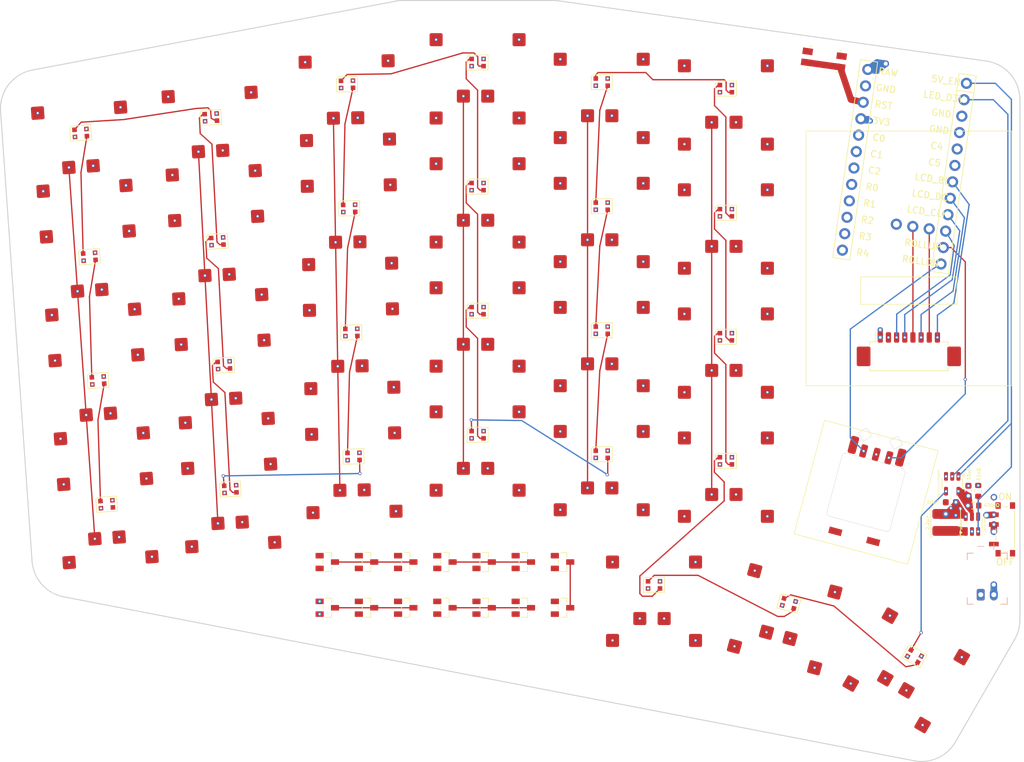
<source format=kicad_pcb>
(kicad_pcb (version 20241229) (generator "pcbnew") (generator_version "9.0")
  (title_block (title "toomanykeys") (date "2025-06-06") (rev "0.1") (company "huntercook"))
  (layers (0 "F.Cu" signal) (4 "In1.Cu" signal) (6 "In2.Cu" signal) (8 "In3.Cu" signal) (10 "In4.Cu" signal) (2 "B.Cu" signal) (13 "F.Paste" user) (15 "B.Paste" user) (5 "F.SilkS" user "F.Silkscreen") (7 "B.SilkS" user "B.Silkscreen") (1 "F.Mask" user) (3 "B.Mask" user) (25 "Edge.Cuts" user))
  (net 0 "")
  (net 1 "C0")
  (net 2 "finger_outer_bottom")
  (net 3 "GND")
  (net 4 "finger_outer_home")
  (net 5 "finger_outer_top")
  (net 6 "finger_outer_num")
  (net 7 "C1")
  (net 8 "finger_pinky_bottom")
  (net 9 "finger_pinky_home")
  (net 10 "finger_pinky_top")
  (net 11 "finger_pinky_num")
  (net 12 "C2")
  (net 13 "finger_ring_bottom")
  (net 14 "finger_ring_home")
  (net 15 "finger_ring_top")
  (net 16 "finger_ring_num")
  (net 17 "C3")
  (net 18 "finger_middle_bottom")
  (net 19 "finger_middle_home")
  (net 20 "finger_middle_top")
  (net 21 "finger_middle_num")
  (net 22 "C4")
  (net 23 "finger_index_bottom")
  (net 24 "finger_index_home")
  (net 25 "finger_index_top")
  (net 26 "finger_index_num")
  (net 27 "C5")
  (net 28 "finger_inner_bottom")
  (net 29 "finger_inner_home")
  (net 30 "finger_inner_top")
  (net 31 "finger_inner_num")
  (net 32 "thumb_near_fan")
  (net 33 "thumb_mid_fan")
  (net 34 "thumb_far_fan")
  (net 35 "roller")
  (net 36 "ROLLUP")
  (net 37 "ROLLDN")
  (net 38 "R0")
  (net 39 "R1")
  (net 40 "R2")
  (net 41 "R3")
  (net 42 "R4")
  (net 43 "RAW")
  (net 44 "RST")
  (net 45 "3V3")
  (net 46 "5V_EN")
  (net 47 "LED_D3V")
  (net 48 "LCD_BL")
  (net 49 "LCD_DC")
  (net 50 "LCD_CLK")
  (net 51 "LCD_DIN")
  (net 52 "LCD_RST")
  (net 53 "LCD_CS")
  (net 54 "BAT_P")
  (net 55 "LED_26")
  (net 56 "5V")
  (net 57 "LED_27")
  (net 58 "LED_25")
  (net 59 "LED_24")
  (net 60 "LED_23")
  (net 61 "LED_19")
  (net 62 "LED_20")
  (net 63 "LED_21")
  (net 64 "LED_22")
  (net 65 "LED_18")
  (net 66 "LED_17")
  (net 67 "LED_16")
  (net 68 "LED_15")
  (net 69 "LED_11")
  (net 70 "LED_12")
  (net 71 "LED_13")
  (net 72 "LED_14")
  (net 73 "LED_10")
  (net 74 "LED_9")
  (net 75 "LED_8")
  (net 76 "LED_7")
  (net 77 "LED_3")
  (net 78 "LED_4")
  (net 79 "LED_5")
  (net 80 "LED_6")
  (net 81 "LED_2")
  (net 82 "LED_1")
  (net 83 "LED_D5V")
  (net 84 "BOOST_FB")
  (net 85 "BOOST_SW")
  (footprint "Package_TO_SOT_SMD:SOT-23-6" (layer "F.Cu") (at 186.118493 165.212724 90)
    (property "Reference" "U1" (hide yes))
    (property "Value" "TLV61070ADBV")
  )
  (footprint "PG1316S" (layer "F.Cu") (at 110.46182 154.032247)
    (property "Reference" "S13" (hide yes))
    (property "Value" "")
  )
  (footprint "PG1316S" (layer "F.Cu") (at 70.763685 124.404366 3)
    (property "Reference" "S7" (hide yes))
    (property "Value" "")
  )
  (footprint "LED_WS2812B-2020_PLCC4_2.0x2.0mm" (layer "F.Cu") (at 148.461817 117.532247)
    (property "Reference" "LED23" (hide yes))
    (property "Value" "")
  )
  (footprint "PG1316S" (layer "F.Cu") (at 51.217746 126.76779 4)
    (property "Reference" "S3" (hide yes))
    (property "Value" "")
  )
  (footprint "LED_WS2812B-2020_PLCC4_2.0x2.0mm" (layer "F.Cu") (at 177.318584 185.449861 -30)
    (property "Reference" "LED27" (hide yes))
    (property "Value" "")
  )
  (footprint "PG1316S" (layer "F.Cu") (at 137.461818 177.032249)
    (property "Reference" "S25" (hide yes))
    (property "Value" "")
  )
  (footprint "LED_WS2812B-2020_PLCC4_2.0x2.0mm" (layer "F.Cu") (at 71.627228 140.881754 3)
    (property "Reference" "LED6" (hide yes))
    (property "Value" "")
  )
  (footprint "PG1316S" (layer "F.Cu") (at 90.853877 119.369174 1)
    (property "Reference" "S11" (hide yes))
    (property "Value" "")
  )
  (footprint "LED_WS2812B-2020_PLCC4_2.0x2.0mm" (layer "F.Cu") (at 90.810245 116.869556 1)
    (property "Reference" "LED11" (hide yes))
    (property "Value" "")
  )
  (footprint "BAV70 SOT23" (layer "F.Cu") (at 117.46182 178.032247 -90)
    (property "Reference" "D6" (hide yes))
    (property "Value" "BAV70")
  )
  (footprint "LED_WS2812B-2020_PLCC4_2.0x2.0mm" (layer "F.Cu") (at 91.141841 135.866658 1)
    (property "Reference" "LED10" (hide yes))
    (property "Value" "")
  )
  (footprint "PG1316S" (layer "F.Cu") (at 69.769301 105.430404 3)
    (property "Reference" "S8" (hide yes))
    (property "Value" "")
  )
  (footprint "LED_WS2812B-2020_PLCC4_2.0x2.0mm" (layer "F.Cu") (at 49.717982 105.320163 4)
    (property "Reference" "LED4" (hide yes))
    (property "Value" "")
  )
  (footprint "PG1316S" (layer "F.Cu") (at 91.517071 157.363389 1)
    (property "Reference" "S9" (hide yes))
    (property "Value" "")
  )
  (footprint "ceoloide:power_switch_smd_side" (layer "F.Cu") (at 191.206818 166.032248)
    (property "Reference" "PWR1" (hide yes))
    (property "Value" "")
  )
  (footprint "PG1316S" (layer "F.Cu") (at 129.461819 157.032247)
    (property "Reference" "S17" (hide yes))
    (property "Value" "")
  )
  (footprint "Capacitor_SMD:C_0603_1608Metric" (layer "F.Cu") (at 182.888494 161.877726 180)
    (property "Reference" "C1" (hide yes))
    (property "Value" "10μF")
  )
  (footprint "PG1316S" (layer "F.Cu") (at 129.461817 119.032249)
    (property "Reference" "S19" (hide yes))
    (property "Value" "")
  )
  (footprint "Package_TO_SOT_SMD:SOT-23-5" (layer "F.Cu") (at 183.098492 159.047724 -90)
    (property "Reference" "U2" (hide yes))
    (property "Value" "SN74LV1T126DBVR")
  )
  (footprint "LED_WS2812B-2020_PLCC4_2.0x2.0mm" (layer "F.Cu") (at 51.043353 124.273881 4)
    (property "Reference" "LED3" (hide yes))
    (property "Value" "")
  )
  (footprint "ceoloide:mounting_hole_npth" (layer "F.Cu") (at 123.46182 88.032247)
    (property "Reference" "MH4" (hide yes))
    (property "Value" "")
  )
  (footprint "BAV70 SOT23" (layer "F.Cu") (at 123.461817 171.032249 -90)
    (property "Reference" "D13" (hide yes))
    (property "Value" "BAV70")
  )
  (footprint "LED_WS2812B-2020_PLCC4_2.0x2.0mm" (layer "F.Cu") (at 148.461819 155.532247)
    (property "Reference" "LED21" (hide yes))
    (property "Value" "")
  )
  (footprint "LED_WS2812B-2020_PLCC4_2.0x2.0mm" (layer "F.Cu") (at 148.461818 98.532248)
    (property "Reference" "LED24" (hide yes))
    (property "Value" "")
  )
  (footprint "LED_WS2812B-2020_PLCC4_2.0x2.0mm" (layer "F.Cu") (at 110.461821 151.532248)
    (property "Reference" "LED13" (hide yes))
    (property "Value" "")
  )
  (footprint "LED_WS2812B-2020_PLCC4_2.0x2.0mm" (layer "F.Cu") (at 70.632845 121.907792 3)
    (property "Reference" "LED7" (hide yes))
    (property "Value" "")
  )
  (footprint "LED_WS2812B-2020_PLCC4_2.0x2.0mm" (layer "F.Cu") (at 129.461818 116.532249)
    (property "Reference" "LED19" (hide yes))
    (property "Value" "")
  )
  (footprint "LED_WS2812B-2020_PLCC4_2.0x2.0mm" (layer "F.Cu") (at 129.461819 97.532248)
    (property "Reference" "LED20" (hide yes))
    (property "Value" "")
  )
  (footprint "PG1316S" (layer "F.Cu") (at 176.068582 187.614926 -30)
    (property "Reference" "S27" (hide yes))
    (property "Value" "")
  )
  (footprint "BAV70 SOT23" (layer "F.Cu") (at 105.46182 178.032246 -90)
    (property "Reference" "D4" (hide yes))
    (property "Value" "BAV70")
  )
  (footprint "PG1316S" (layer "F.Cu") (at 110.461818 97.032248)
    (property "Reference" "S16" (hide yes))
    (property "Value" "")
  )
  (footprint "BAV70 SOT23" (layer "F.Cu") (at 93.461816 171.032248 -90)
    (property "Reference" "D8" (hide yes))
    (property "Value" "BAV70")
  )
  (footprint "PG1316S" (layer "F.Cu") (at 71.758069 143.378328 3)
    (property "Reference" "S6" (hide yes))
    (property "Value" "")
  )
  (footprint "PG1316S" (layer "F.Cu") (at 110.461822 135.032247)
    (property "Reference" "S14" (hide yes))
    (property "Value" "")
  )
  (footprint "BAV70 SOT23" (layer "F.Cu") (at 99.46182 178.032249 -90)
    (property "Reference" "D3" (hide yes))
    (property "Value" "BAV70")
  )
  (footprint "BAV70 SOT23" (layer "F.Cu") (at 93.46182 178.032248 -90)
    (property "Reference" "D2" (hide yes))
    (property "Value" "BAV70")
  )
  (footprint "huntercook:L_CJIANG_FTC404030S_4.1x4.1x3.0_SMD" (layer "F.Cu") (at 182.108491 164.965224 -90)
    (property "Reference" "L1" (hide yes))
    (property "Value" "2.2μH")
  )
  (footprint "LED_WS2812B-2020_PLCC4_2.0x2.0mm" (layer "F.Cu") (at 91.473437 154.863767 1)
    (property "Reference" "LED9" (hide yes))
    (property "Value" "")
  )
  (footprint "ceoloide:mounting_hole_npth" (layer "F.Cu") (at 122.461821 187.032249)
    (property "Reference" "MH5" (hide yes))
    (property "Value" "")
  )
  (footprint "ceoloide:mounting_hole_npth" (layer "F.Cu") (at 170.068582 198.00723 -30)
    (property "Reference" "MH6" (hide yes))
    (property "Value" "")
  )
  (footprint "LED_WS2812B-2020_PLCC4_2.0x2.0mm" (layer "F.Cu") (at 137.461817 174.532247)
    (property "Reference" "LED25" (hide yes))
    (property "Value" "")
  )
  (footprint "PG1316S" (layer "F.Cu") (at 90.522281 100.372065 1)
    (property "Reference" "S12" (hide yes))
    (property "Value" "")
  )
  (footprint "PG1316S" (layer "F.Cu") (at 91.185474 138.366279 1)
    (property "Reference" "S10" (hide yes))
    (property "Value" "")
  )
  (footprint "Molex_PicoBlade_53261-0871_1x08-1MP_P1.25mm_Horizontal" (layer "F.Cu") (at 176.461819 139.032249)
    (property "Reference" "CONN1" (hide yes))
    (property "Value" "")
  )
  (footprint "LCD_1.69_Waveshare" (layer "F.Cu") (at 176.46182 124.532248 180)
    (property "Reference" "LCD1" (hide yes))
    (property "Value" "")
  )
  (footprint "BAV70 SOT23" (layer "F.Cu") (at 117.461817 171.032246 -90)
    (property "Reference" "D12" (hide yes))
    (property "Value" "BAV70")
  )
  (footprint "PG1316S" (layer "F.Cu") (at 148.46182 139.032249)
    (property "Reference" "S22" (hide yes))
    (property "Value" "")
  )
  (footprint "LED_WS2812B-2020_PLCC4_2.0x2.0mm" (layer "F.Cu") (at 110.461819 132.532249)
    (property "Reference" "LED14" (hide yes))
    (property "Value" "")
  )
  (footprint "LED_WS2812B-2020_PLCC4_2.0x2.0mm" (layer "F.Cu") (at 148.461817 136.532248)
    (property "Reference" "LED22" (hide yes))
    (property "Value" "")
  )
  (footprint "PG1316S" (layer "F.Cu") (at 49.892373 107.814072 4)
    (property "Reference" "S4" (hide yes))
    (property "Value" "")
  )
  (footprint "PG1316S" (layer "F.Cu") (at 72.752453 162.352286 3)
    (property "Reference" "S5" (hide yes))
    (property "Value" "")
  )
  (footprint "CKW12" (layer "F.Cu") (at 169.917316 160.343613 75)
    (property "Reference" "RE1" (hide yes))
    (property "Value" "")
    (fp_line (start -4.5 -5.000001) (end 4.5 -4.999999) (stroke (width 0.05)) (layer "Edge.Cuts"))
    (fp_line (start 5.000001 -4.5) (end 4.999999 4.5) (stroke (width 0.05)) (layer "Edge.Cuts"))
    (fp_line (start 8.393604 -3.394264) (end 7.545075 -2.545736) (stroke (width 0.05)) (layer "Edge.Cuts"))
    (fp_line (start 8.605736 -3.394264) (end 9.454264 -2.545736) (stroke (width 0.05)) (layer "Edge.Cuts"))
    (fp_line (start 7.545076 -2.333604) (end 8.393604 -1.485077) (stroke (width 0.05)) (layer "Edge.Cuts"))
    (fp_line (start 8.605737 -1.485075) (end 9.454264 -2.333604) (stroke (width 0.05)) (layer "Edge.Cuts"))
    (fp_line (start -5.000001 4.5) (end -4.999999 -4.5) (stroke (width 0.05)) (layer "Edge.Cuts"))
    (fp_line (start 8.397868 1.480812) (end 7.54934 2.32934) (stroke (width 0.05)) (layer "Edge.Cuts"))
    (fp_line (start 8.610001 1.480812) (end 9.458528 2.329339) (stroke (width 0.05)) (layer "Edge.Cuts"))
    (fp_line (start -4.5 4.999999) (end 4.5 5.000001) (stroke (width 0.05)) (layer "Edge.Cuts"))
    (fp_line (start 7.549342 2.541471) (end 8.397869 3.39) (stroke (width 0.05)) (layer "Edge.Cuts"))
    (fp_line (start 8.61 3.39) (end 9.458528 2.541472) (stroke (width 0.05)) (layer "Edge.Cuts"))
    (fp_line (start 4.5 5.000001) (end 4.999999 4.5) (stroke (width 0.05)) (layer "Edge.Cuts"))
    (fp_arc (start -4.999999 -4.5) (mid -4.853554 -4.853553) (end -4.5 -5.000001) (stroke (width 0.05)) (layer "Edge.Cuts"))
    (fp_arc (start 4.5 -4.999999) (mid 4.853553 -4.853554) (end 5.000001 -4.5) (stroke (width 0.05)) (layer "Edge.Cuts"))
    (fp_arc (start 8.393604 -3.394264) (mid 8.49967 -3.438198) (end 8.605736 -3.394264) (stroke (width 0.05)) (layer "Edge.Cuts"))
    (fp_arc (start 7.545076 -2.333604) (mid 7.501142 -2.43967) (end 7.545075 -2.545736) (stroke (width 0.05)) (layer "Edge.Cuts"))
    (fp_arc (start 9.454264 -2.545736) (mid 9.498198 -2.43967) (end 9.454264 -2.333604) (stroke (width 0.05)) (layer "Edge.Cuts"))
    (fp_arc (start 8.605737 -1.485075) (mid 8.49967 -1.441143) (end 8.393604 -1.485077) (stroke (width 0.05)) (layer "Edge.Cuts"))
    (fp_arc (start 8.397868 1.480812) (mid 8.503934 1.436878) (end 8.610001 1.480812) (stroke (width 0.05)) (layer "Edge.Cuts"))
    (fp_arc (start -4.5 4.999999) (mid -4.853553 4.853554) (end -5.000001 4.5) (stroke (width 0.05)) (layer "Edge.Cuts"))
    (fp_arc (start 7.549342 2.541471) (mid 7.505406 2.435406) (end 7.54934 2.32934) (stroke (width 0.05)) (layer "Edge.Cuts"))
    (fp_arc (start 9.458528 2.329339) (mid 9.502462 2.435406) (end 9.458528 2.541472) (stroke (width 0.05)) (layer "Edge.Cuts"))
    (fp_arc (start 8.61 3.39) (mid 8.503934 3.433934) (end 8.397869 3.39) (stroke (width 0.05)) (layer "Edge.Cuts"))
  )
  (footprint "BAV70 SOT23" (layer "F.Cu") (at 87.461818 178.032247 -90)
    (property "Reference" "D1" (hide yes))
    (property "Value" "BAV70")
  )
  (footprint "BAV70 SOT23" (layer "F.Cu") (at 87.461819 171.032248 -90)
    (property "Reference" "D7" (hide yes))
    (property "Value" "BAV70")
  )
  (footprint "BAV70 SOT23" (layer "F.Cu") (at 105.461819 171.032249 -90)
    (property "Reference" "D10" (hide yes))
    (property "Value" "BAV70")
  )
  (footprint "LED_WS2812B-2020_PLCC4_2.0x2.0mm" (layer "F.Cu") (at 53.694099 162.181316 4)
    (property "Reference" "LED1" (hide yes))
    (property "Value" "")
  )
  (footprint "PG1316S" (layer "F.Cu") (at 148.46182 120.032248)
    (property "Reference" "S23" (hide yes))
    (property "Value" "")
  )
  (footprint "PG1316S" (layer "F.Cu") (at 53.868491 164.675226 4)
    (property "Reference" "S1" (hide yes))
    (property "Value" "")
  )
  (footprint "ceoloide:mounting_hole_npth" (layer "F.Cu") (at 59.030938 95.145741 4)
    (property "Reference" "MH1" (hide yes))
    (property "Value" "")
  )
  (footprint "BAV70 SOT23" (layer "F.Cu") (at 123.461821 178.032248 -90)
    (property "Reference" "D14" (hide yes))
    (property "Value" "BAV70")
  )
  (footprint "ceoloide:reset_switch_smd_side" (layer "F.Cu") (at 163.461817 94.032247 -8)
    (property "Reference" "RST1" (hide yes))
    (property "Value" "")
  )
  (footprint "LED_WS2812B-2020_PLCC4_2.0x2.0mm" (layer "F.Cu") (at 129.461818 135.532248)
    (property "Reference" "LED18" (hide yes))
    (property "Value" "")
  )
  (footprint "PG1316S" (layer "F.Cu") (at 148.46182 158.032248)
    (property "Reference" "S21" (hide yes))
    (property "Value" "")
  )
  (footprint "LED_WS2812B-2020_PLCC4_2.0x2.0mm" (layer "F.Cu") (at 110.461818 94.53225)
    (property "Reference" "LED16" (hide yes))
    (property "Value" "")
  )
  (footprint "BAV70 SOT23" (layer "F.Cu") (at 111.461818 171.032248 -90)
    (property "Reference" "D11" (hide yes))
    (property "Value" "BAV70")
  )
  (footprint "LED_WS2812B-2020_PLCC4_2.0x2.0mm" (layer "F.Cu") (at 52.368729 143.227598 4)
    (property "Reference" "LED2" (hide yes))
    (property "Value" "")
  )
  (footprint "ceoloide:mcu_nice_nano" (layer "F.Cu") (at 175.961819 109.232248 -8)
    (property "Reference" "MCU1" (hide yes))
    (property "Value" "")
  )
  (footprint "LED_WS2812B-2020_PLCC4_2.0x2.0mm" (layer "F.Cu") (at 110.461819 113.532248)
    (property "Reference" "LED15" (hide yes))
    (property "Value" "")
  )
  (footprint "Resistor_SMD:R_0603_1608Metric" (layer "F.Cu") (at 186.33349 162.385225)
    (property "Reference" "R1" (hide yes))
    (property "Value" "470kΩ")
  )
  (footprint "BAV70 SOT23" (layer "F.Cu") (at 111.461818 178.032248 -90)
    (property "Reference" "D5" (hide yes))
    (property "Value" "BAV70")
  )
  (footprint "PG1316S" (layer "F.Cu") (at 110.461816 116.032248)
    (property "Reference" "S15" (hide yes))
    (property "Value" "")
  )
  (footprint "LED_WS2812B-2020_PLCC4_2.0x2.0mm" (layer "F.Cu") (at 72.621614 159.855714 3)
    (property "Reference" "LED5" (hide yes))
    (property "Value" "")
  )
  (footprint "PG1316S" (layer "F.Cu") (at 52.543119 145.721508 4)
    (property "Reference" "S2" (hide yes))
    (property "Value" "")
  )
  (footprint "PG1316S" (layer "F.Cu") (at 129.46182 100.032249)
    (property "Reference" "S20" (hide yes))
    (property "Value" "")
  )
  (footprint "LED_WS2812B-2020_PLCC4_2.0x2.0mm" (layer "F.Cu") (at 129.461818 154.532248)
    (property "Reference" "LED17" (hide yes))
    (property "Value" "")
  )
  (footprint "LED_WS2812B-2020_PLCC4_2.0x2.0mm" (layer "F.Cu") (at 90.478651 97.87245 1)
    (property "Reference" "LED12" (hide yes))
    (property "Value" "")
  )
  (footprint "ceoloide:mounting_hole_npth" (layer "F.Cu") (at 97.461819 88.032249)
    (property "Reference" "MH3" (hide yes))
    (property "Value" "")
  )
  (footprint "PG1316S" (layer "F.Cu") (at 157.461817 179.782249 -15)
    (property "Reference" "S26" (hide yes))
    (property "Value" "")
  )
  (footprint "Capacitor_SMD:C_0603_1608Metric" (layer "F.Cu") (at 185.578493 160.130227 90)
    (property "Reference" "C2" (hide yes))
    (property "Value" "10μF")
  )
  (footprint "BAV70 SOT23" (layer "F.Cu") (at 99.461819 171.032247 -90)
    (property "Reference" "D9" (hide yes))
    (property "Value" "BAV70")
  )
  (footprint "LED_WS2812B-2020_PLCC4_2.0x2.0mm" (layer "F.Cu") (at 69.638461 102.93383 3)
    (property "Reference" "LED8" (hide yes))
    (property "Value" "")
  )
  (footprint "ceoloide:mounting_hole_npth" (layer "F.Cu") (at 61.501601 176.961133 3)
    (property "Reference" "MH2" (hide yes))
    (property "Value" "")
  )
  (footprint "ceoloide:mounting_hole_npth" (layer "F.Cu") (at 190.728836 182.222621 -30)
    (property "Reference" "MH7" (hide yes))
    (property "Value" "")
  )
  (footprint "PG1316S" (layer "F.Cu") (at 129.461817 138.032247)
    (property "Reference" "S18" (hide yes))
    (property "Value" "")
  )
  (footprint "Resistor_SMD:R_0603_1608Metric" (layer "F.Cu") (at 187.078495 160.130224 90)
    (property "Reference" "R2" (hide yes))
    (property "Value" "51kΩ")
  )
  (footprint "LED_WS2812B-2020_PLCC4_2.0x2.0mm" (layer "F.Cu") (at 158.108867 177.367435 -15)
    (property "Reference" "LED26" (hide yes))
    (property "Value" "")
  )
  (footprint "PG1316S" (layer "F.Cu") (at 148.46182 101.032247)
    (property "Reference" "S24" (hide yes))
    (property "Value" "")
  )
  (footprint "ceoloide:battery_connector_jst_ph_2" (layer "B.Cu") (at 188.461818 176.032249 180)
    (property "Reference" "JST1" (hide yes))
    (property "Value" "")
  )
  (gr_poly (pts (xy 186.025695 163.685573) (xy 185.245793 162.768103) (xy 183.925792 160.663918) (xy 183.852996 159.74484) (xy 184.263021 159.701485) (xy 185.94808 160.645184) (xy 186.308858 163.826352)) (stroke (width 0.2)) (fill yes) (layer "F.Cu") (net 56))
  (gr_poly (pts (xy 183.998591 161.582993) (xy 185.23348 163.574235) (xy 185.334113 164.295257) (xy 181.19051 164.318809) (xy 183.588566 161.62635)) (stroke (width 0.2)) (fill yes) (layer "F.Cu") (net 43))
  (gr_poly (pts (xy 185.35794 165.869817) (xy 183.85794 165.669818) (xy 183.757937 166.869818) (xy 185.357938 166.869817)) (stroke (width 0.2)) (fill yes) (layer "F.Cu") (net 85))
  (gr_line (start 42.273658 170.88841) (end 37.456475 101.999524) (stroke (width 0.15)) (layer "Edge.Cuts"))
  (gr_arc (start 37.456475 101.999524) (mid 38.68987 97.917877) (end 42.323156 95.686199) (stroke (width 0.15)) (layer "Edge.Cuts"))
  (gr_arc (start 122.041358 85.032247) (mid 122.460791 85.046923) (end 122.878172 85.090888) (stroke (width 0.15)) (layer "Edge.Cuts"))
  (gr_arc (start 47.122593 176.361263) (mid 43.768147 174.448796) (end 42.273658 170.88841) (stroke (width 0.15)) (layer "Edge.Cuts"))
  (gr_arc (start 188.29863 94.305039) (mid 191.990659 96.310725) (end 193.461819 100.246398) (stroke (width 0.15)) (layer "Edge.Cuts"))
  (gr_line (start 193.461819 100.246398) (end 193.461817 179.875001) (stroke (width 0.15)) (layer "Edge.Cuts"))
  (gr_line (start 99.02612 85.03225) (end 122.041358 85.032247) (stroke (width 0.15)) (layer "Edge.Cuts"))
  (gr_arc (start 193.461817 179.875001) (mid 193.257487 181.427513) (end 192.65839 182.874276) (stroke (width 0.15)) (layer "Edge.Cuts"))
  (gr_line (start 177.264314 201.465658) (end 47.122593 176.361263) (stroke (width 0.15)) (layer "Edge.Cuts"))
  (gr_arc (start 183.597341 198.573542) (mid 180.893197 201.032059) (end 177.264314 201.465658) (stroke (width 0.15)) (layer "Edge.Cuts"))
  (gr_line (start 42.323156 95.686199) (end 97.907413 85.137464) (stroke (width 0.15)) (layer "Edge.Cuts"))
  (gr_arc (start 97.907413 85.137464) (mid 98.464298 85.058614) (end 99.02612 85.03225) (stroke (width 0.15)) (layer "Edge.Cuts"))
  (gr_line (start 192.658388 182.874275) (end 183.597341 198.573542) (stroke (width 0.15)) (layer "Edge.Cuts"))
  (gr_line (start 122.878172 85.090888) (end 188.29863 94.305039) (stroke (width 0.15)) (layer "Edge.Cuts"))
  (segment (start 47.907527 110.609339) (end 49.2329 129.563055) (width 0.2) (layer "F.Cu") (net 1))
  (segment (start 50.558272 148.516775) (end 51.883643 167.47049) (width 0.2) (layer "F.Cu") (net 1))
  (segment (start 49.2329 129.563055) (end 50.558272 148.516775) (width 0.2) (layer "F.Cu") (net 1))
  (via (at 173.336821 136.63225) (size 0.5) (drill 0.3) (layers "F.Cu" "B.Cu") (net 3))
  (via (at 187.078493 159.305225) (size 0.6) (drill 0.3) (layers "F.Cu" "B.Cu") (net 3))
  (via (at 171.470231 154.548058) (size 0.5) (drill 0.3) (layers "F.Cu" "B.Cu") (net 3))
  (via (at 185.578493 159.355225) (size 0.6) (drill 0.3) (layers "F.Cu" "B.Cu") (net 3))
  (via (at 182.148493 157.910226) (size 0.6) (drill 0.3) (layers "F.Cu" "B.Cu") (net 3))
  (via (at 186.11849 166.350225) (size 0.6) (drill 0.3) (layers "F.Cu" "B.Cu") (net 3))
  (via (at 86.286817 179.007248) (size 0.6) (drill 0.3) (layers "F.Cu" "B.Cu") (net 6))
  (segment (start 67.735972 108.190604) (end 68.730357 127.164563) (width 0.2) (layer "F.Cu") (net 7))
  (segment (start 69.724741 146.138527) (end 70.719123 165.112484) (width 0.2) (layer "F.Cu") (net 7))
  (segment (start 68.730357 127.164563) (end 69.724741 146.138527) (width 0.2) (layer "F.Cu") (net 7))
  (via (at 86.286819 177.057248) (size 0.6) (drill 0.3) (layers "F.Cu" "B.Cu") (net 11))
  (segment (start 88.725456 122.056728) (end 89.057053 141.053835) (width 0.2) (layer "F.Cu") (net 12))
  (segment (start 89.057053 141.053835) (end 89.388652 160.050943) (width 0.2) (layer "F.Cu") (net 12))
  (segment (start 88.393862 103.05962) (end 88.725456 122.056728) (width 0.2) (layer "F.Cu") (net 12))
  (segment (start 108.286817 118.682248) (end 108.28682 137.682248) (width 0.2) (layer "F.Cu") (net 17))
  (segment (start 108.28682 137.682248) (end 108.286819 156.682248) (width 0.2) (layer "F.Cu") (net 17))
  (segment (start 108.28682 99.682248) (end 108.286817 118.682248) (width 0.2) (layer "F.Cu") (net 17))
  (segment (start 127.286819 121.682249) (end 127.286816 140.682249) (width 0.2) (layer "F.Cu") (net 22))
  (segment (start 127.286816 140.682249) (end 127.286817 159.682248) (width 0.2) (layer "F.Cu") (net 22))
  (segment (start 127.28682 102.682249) (end 127.286819 121.682249) (width 0.2) (layer "F.Cu") (net 22))
  (segment (start 146.28682 141.682249) (end 146.286821 122.682248) (width 0.2) (layer "F.Cu") (net 27))
  (segment (start 146.286821 122.682248) (end 146.28682 103.682247) (width 0.2) (layer "F.Cu") (net 27))
  (segment (start 146.286818 160.682246) (end 146.28682 141.682249) (width 0.2) (layer "F.Cu") (net 27))
  (segment (start 182.913734 122.869151) (end 181.740163 122.869152) (width 0.2) (layer "F.Cu") (net 36))
  (segment (start 185.102122 143.05754) (end 185.102122 125.057539) (width 0.2) (layer "F.Cu") (net 36))
  (segment (start 185.102122 125.057539) (end 182.913734 122.869151) (width 0.2) (layer "F.Cu") (net 36))
  (via (at 173.402083 155.065696) (size 0.5) (drill 0.3) (layers "F.Cu" "B.Cu") (net 36))
  (via (at 185.102122 143.05754) (size 0.5) (drill 0.3) (layers "F.Cu" "B.Cu") (net 36))
  (segment (start 173.402083 155.065696) (end 175.293965 155.065697) (width 0.2) (layer "B.Cu") (net 36))
  (segment (start 175.293965 155.065697) (end 185.102122 145.257539) (width 0.2) (layer "B.Cu") (net 36))
  (segment (start 185.102122 145.257539) (end 185.102122 143.05754) (width 0.2) (layer "B.Cu") (net 36))
  (via (at 169.53838 154.030421) (size 0.5) (drill 0.3) (layers "F.Cu" "B.Cu") (net 37))
  (segment (start 167.502122 135.35754) (end 179.923082 126.266771) (width 0.2) (layer "B.Cu") (net 37))
  (segment (start 167.502122 151.994163) (end 169.53838 154.030421) (width 0.2) (layer "B.Cu") (net 37))
  (segment (start 179.923082 126.266771) (end 181.386664 125.384432) (width 0.2) (layer "B.Cu") (net 37))
  (segment (start 167.502122 135.35754) (end 167.502122 151.994163) (width 0.2) (layer "B.Cu") (net 37))
  (segment (start 88.636818 178.032248) (end 100.63682 178.032249) (width 0.2) (layer "F.Cu") (net 38))
  (segment (start 106.63682 178.032246) (end 118.63682 178.032248) (width 0.2) (layer "F.Cu") (net 39))
  (segment (start 100.636819 171.032248) (end 88.636819 171.032249) (width 0.2) (layer "F.Cu") (net 40))
  (segment (start 118.636817 171.032246) (end 106.636819 171.032248) (width 0.2) (layer "F.Cu") (net 41))
  (segment (start 124.636817 171.032249) (end 124.636821 178.032247) (width 0.2) (layer "F.Cu") (net 42))
  (segment (start 171.512645 95.782146) (end 172.924093 94.718544) (width 1) (layer "F.Cu") (net 43))
  (segment (start 189.47182 163.782247) (end 188.347512 163.858792) (width 1) (layer "F.Cu") (net 43))
  (segment (start 172.924093 94.718544) (end 171.594921 94.531743) (width 1) (layer "F.Cu") (net 43))
  (segment (start 170.183475 95.595344) (end 171.512645 95.782146) (width 1) (layer "F.Cu") (net 43))
  (segment (start 182.10849 163.665224) (end 182.350991 163.665226) (width 1) (layer "F.Cu") (net 43))
  (segment (start 171.594921 94.531743) (end 170.183475 95.595344) (width 1) (layer "F.Cu") (net 43))
  (via (at 185.168495 164.075224) (size 0.6) (drill 0.3) (layers "F.Cu" "B.Cu") (net 43))
  (via (at 189.47182 163.782247) (size 0.7) (drill 0.4) (layers "F.Cu" "B.Cu") (net 43))
  (via (at 189.480213 161.102634) (size 1) (drill 0.6) (layers "F.Cu" "B.Cu") (net 43))
  (via (at 184.357357 162.890861) (size 0.6) (drill 0.3) (layers "F.Cu" "B.Cu") (net 43))
  (via (at 182.893119 162.76328) (size 0.6) (drill 0.3) (layers "F.Cu" "B.Cu") (net 43))
  (via (at 182.10849 163.665224) (size 1) (drill 0.5) (layers "F.Cu" "B.Cu") (net 43))
  (via (at 183.642947 163.870821) (size 0.6) (drill 0.3) (layers "F.Cu" "B.Cu") (net 43))
  (via (at 183.663493 161.877725) (size 0.8) (drill 0.4) (layers "F.Cu" "B.Cu") (net 43))
  (via (at 188.347512 163.858792) (size 1) (drill 0.6) (layers "F.Cu" "B.Cu") (net 43))
  (via (at 172.924093 94.718544) (size 1) (drill 0.6) (layers "F.Cu" "B.Cu") (net 43))
  (segment (start 172.924093 94.718544) (end 171.594921 94.531743) (width 1) (layer "B.Cu") (net 43))
  (segment (start 171.594921 94.531743) (end 170.183475 95.595344) (width 1) (layer "B.Cu") (net 43))
  (segment (start 171.512645 95.782146) (end 172.924093 94.718544) (width 1) (layer "B.Cu") (net 43))
  (segment (start 170.183475 95.595344) (end 171.512645 95.782146) (width 1) (layer "B.Cu") (net 43))
  (segment (start 160.744066 94.508645) (end 165.942973 95.239304) (width 1) (layer "F.Cu") (net 44))
  (segment (start 165.942973 95.239304) (end 167.6 100.2) (width 1) (layer "F.Cu") (net 44))
  (segment (start 167.6 100.2) (end 169.476475 100.625906) (width 1) (layer "F.Cu") (net 44))
  (segment (start 170.229307 103.141186) (end 170.557938 103.469818) (width 0.8) (layer "F.Cu") (net 45))
  (segment (start 169.451607 103.469817) (end 169.122976 103.141188) (width 0.8) (layer "F.Cu") (net 45))
  (segment (start 172.086818 135.469817) (end 172.086818 136.632249) (width 0.8) (layer "F.Cu") (net 45))
  (segment (start 170.557938 103.469818) (end 169.451607 103.469817) (width 0.8) (layer "F.Cu") (net 45))
  (segment (start 169.122976 103.141188) (end 170.229307 103.141186) (width 0.8) (layer "F.Cu") (net 45))
  (via (at 172.086818 135.469817) (size 0.8) (drill 0.4) (layers "F.Cu" "B.Cu") (net 45))
  (via (at 172.086818 136.632249) (size 0.8) (drill 0.4) (layers "F.Cu" "B.Cu") (net 45))
  (via (at 170.557938 103.469818) (size 0.8) (drill 0.4) (layers "F.Cu" "B.Cu") (net 45))
  (segment (start 169.122976 103.141188) (end 170.229307 103.141186) (width 0.8) (layer "B.Cu") (net 45))
  (segment (start 170.229307 103.141186) (end 170.557938 103.469818) (width 0.8) (layer "B.Cu") (net 45))
  (segment (start 170.557938 103.469818) (end 169.451607 103.469817) (width 0.8) (layer "B.Cu") (net 45))
  (segment (start 169.451607 103.469817) (end 169.122976 103.141188) (width 0.8) (layer "B.Cu") (net 45))
  (via (at 187.068492 166.350223) (size 0.5) (drill 0.3) (layers "F.Cu" "B.Cu") (net 46))
  (via (at 184.04849 157.910225) (size 0.5) (drill 0.3) (layers "F.Cu" "B.Cu") (net 46))
  (segment (start 189.704462 97.716341) (end 185.275159 97.716343) (width 0.2) (layer "B.Cu") (net 46))
  (segment (start 192.157939 149.769819) (end 192.157939 100.169818) (width 0.2) (layer "B.Cu") (net 46))
  (segment (start 184.04849 157.910225) (end 192.157938 149.800775) (width 0.2) (layer "B.Cu") (net 46))
  (segment (start 187.068492 161.559265) (end 192.15794 156.469818) (width 0.2) (layer "B.Cu") (net 46))
  (segment (start 192.157938 149.800775) (end 192.157939 149.769819) (width 0.2) (layer "B.Cu") (net 46))
  (segment (start 192.15794 156.469818) (end 192.157939 149.769819) (width 0.2) (layer "B.Cu") (net 46))
  (segment (start 192.157939 100.169818) (end 189.704462 97.716341) (width 0.2) (layer "B.Cu") (net 46))
  (segment (start 187.068492 166.350223) (end 187.068492 161.559265) (width 0.2) (layer "B.Cu") (net 46))
  (via (at 183.098491 157.910224) (size 0.5) (drill 0.3) (layers "F.Cu" "B.Cu") (net 47))
  (segment (start 191.618225 102.466827) (end 189.38302 100.231623) (width 0.2) (layer "B.Cu") (net 47))
  (segment (start 191.618225 149.390489) (end 191.618225 102.466827) (width 0.2) (layer "B.Cu") (net 47))
  (segment (start 189.38302 100.231623) (end 184.921659 100.231623) (width 0.2) (layer "B.Cu") (net 47))
  (segment (start 183.098491 157.910224) (end 191.618225 149.390489) (width 0.2) (layer "B.Cu") (net 47))
  (via (at 180.836819 136.632249) (size 0.5) (drill 0.3) (layers "F.Cu" "B.Cu") (net 48))
  (segment (start 180.836819 136.632249) (end 180.83682 133.222841) (width 0.2) (layer "B.Cu") (net 48))
  (segment (start 185.692033 116.275589) (end 183.154162 112.808028) (width 0.2) (layer "B.Cu") (net 48))
  (segment (start 180.83682 133.222841) (end 183.353619 131.380823) (width 0.2) (layer "B.Cu") (net 48))
  (segment (start 183.353619 131.380823) (end 185.692033 116.275589) (width 0.2) (layer "B.Cu") (net 48))
  (via (at 178.33682 136.632248) (size 0.5) (drill 0.3) (layers "F.Cu" "B.Cu") (net 49))
  (segment (start 178.33682 136.632248) (end 178.33682 133.122842) (width 0.2) (layer "B.Cu") (net 49))
  (segment (start 178.33682 133.122842) (end 183.232901 129.539452) (width 0.2) (layer "B.Cu") (net 49))
  (segment (start 183.232901 129.539452) (end 184.97398 118.29277) (width 0.2) (layer "B.Cu") (net 49))
  (segment (start 184.97398 118.29277) (end 182.800662 115.323309) (width 0.2) (layer "B.Cu") (net 49))
  (via (at 175.836819 136.632248) (size 0.5) (drill 0.3) (layers "F.Cu" "B.Cu") (net 50))
  (segment (start 175.836819 136.632248) (end 175.836819 133.122843) (width 0.2) (layer "B.Cu") (net 50))
  (segment (start 175.836819 133.122843) (end 183.094725 127.810859) (width 0.2) (layer "B.Cu") (net 50))
  (segment (start 183.094725 127.810859) (end 184.255926 120.309951) (width 0.2) (layer "B.Cu") (net 50))
  (segment (start 184.255926 120.309951) (end 182.447163 117.83859) (width 0.2) (layer "B.Cu") (net 50))
  (via (at 174.586818 136.632247) (size 0.5) (drill 0.3) (layers "F.Cu" "B.Cu") (net 51))
  (segment (start 174.586818 136.632247) (end 174.602122 133.05754) (width 0.2) (layer "B.Cu") (net 51))
  (segment (start 182.802122 127.05754) (end 183.402122 122.55754) (width 0.2) (layer "B.Cu") (net 51))
  (segment (start 183.402122 122.55754) (end 182.093663 120.353871) (width 0.2) (layer "B.Cu") (net 51))
  (segment (start 174.602122 133.05754) (end 182.802122 127.05754) (width 0.2) (layer "B.Cu") (net 51))
  (segment (start 179.58682 120.008809) (end 179.578381 120.000371) (width 0.2) (layer "F.Cu") (net 52))
  (segment (start 179.58682 136.632247) (end 179.58682 120.008809) (width 0.2) (layer "F.Cu") (net 52))
  (segment (start 177.086819 136.632248) (end 177.086819 119.670589) (width 0.2) (layer "F.Cu") (net 53))
  (segment (start 177.086819 119.670589) (end 177.063102 119.646871) (width 0.2) (layer "F.Cu") (net 53))
  (segment (start 189.463239 174.503718) (end 189.46182 176.032248) (width 1) (layer "F.Cu") (net 54))
  (segment (start 189.471819 165.282249) (end 189.470791 166.386175) (width 1) (layer "F.Cu") (net 54))
  (via (at 189.463239 174.503718) (size 1) (drill 0.6) (layers "F.Cu" "B.Cu") (net 54))
  (via (at 189.470791 166.386175) (size 1) (drill 0.6) (layers "F.Cu" "B.Cu") (net 54))
  (via (at 189.471819 165.282249) (size 0.7) (drill 0.4) (layers "F.Cu" "B.Cu") (net 54))
  (segment (start 189.463239 174.503718) (end 189.46182 176.032248) (width 1) (layer "B.Cu") (net 54))
  (segment (start 52.357938 149.269818) (end 52.742963 161.696482) (width 0.2) (layer "F.Cu") (net 55))
  (segment (start 53.319866 143.71243) (end 52.357938 149.269818) (width 0.2) (layer "F.Cu") (net 55))
  (segment (start 185.56873 160.895465) (end 185.578493 160.905225) (width 0.5) (layer "F.Cu") (net 56))
  (segment (start 185.36849 160.695225) (end 185.56873 160.895465) (width 0.5) (layer "F.Cu") (net 56))
  (via (at 184.04849 160.185225) (size 0.6) (drill 0.3) (layers "F.Cu" "B.Cu") (net 56))
  (via (at 185.56873 160.895465) (size 0.8) (drill 0.5) (layers "F.Cu" "B.Cu") (net 56))
  (via (at 185.50849 162.385224) (size 0.8) (drill 0.5) (layers "F.Cu" "B.Cu") (net 56))
  (segment (start 51.994491 124.758715) (end 51.057939 130.369818) (width 0.2) (layer "F.Cu") (net 58))
  (segment (start 51.057939 130.369818) (end 51.417592 142.742765) (width 0.2) (layer "F.Cu") (net 58))
  (segment (start 49.757938 111.369819) (end 50.092216 123.789048) (width 0.2) (layer "F.Cu") (net 59))
  (segment (start 50.669119 105.804996) (end 49.757938 111.369819) (width 0.2) (layer "F.Cu") (net 59))
  (segment (start 49.795192 103.665583) (end 48.766845 104.83533) (width 0.2) (layer "F.Cu") (net 60))
  (segment (start 69.595192 101.865583) (end 69.195193 101.465582) (width 0.2) (layer "F.Cu") (net 60))
  (segment (start 69.695192 103.065581) (end 69.595192 101.865583) (width 0.2) (layer "F.Cu") (net 60))
  (segment (start 69.195193 101.465582) (end 67.395193 101.565582) (width 0.2) (layer "F.Cu") (net 60))
  (segment (start 56.295192 103.265583) (end 49.795192 103.665583) (width 0.2) (layer "F.Cu") (net 60))
  (segment (start 67.395193 101.565582) (end 56.295192 103.265583) (width 0.2) (layer "F.Cu") (net 60))
  (segment (start 70.580991 103.435189) (end 70.395192 103.465583) (width 0.2) (layer "F.Cu") (net 60))
  (segment (start 70.395192 103.465583) (end 69.695192 103.065581) (width 0.2) (layer "F.Cu") (net 60))
  (segment (start 92.397897 155.397714) (end 92.43406 157.469566) (width 0.2) (layer "F.Cu") (net 61))
  (segment (start 92.43406 157.469566) (end 92.438964 157.474302) (width 0.2) (layer "F.Cu") (net 61))
  (segment (start 71.679083 159.354355) (end 71.542147 157.839056) (width 0.2) (layer "F.Cu") (net 61))
  (via (at 92.438964 157.474302) (size 0.5) (drill 0.3) (layers "F.Cu" "B.Cu") (net 61))
  (via (at 71.542147 157.839056) (size 0.5) (drill 0.3) (layers "F.Cu" "B.Cu") (net 61))
  (segment (start 92.438964 157.474302) (end 71.542147 157.839056) (width 0.2) (layer "B.Cu") (net 61))
  (segment (start 73.564144 160.357072) (end 73.014898 160.385858) (width 0.2) (layer "F.Cu") (net 62))
  (segment (start 70.003648 143.463398) (end 69.872808 140.966824) (width 0.2) (layer "F.Cu") (net 62))
  (segment (start 69.872808 140.966824) (end 70.386773 140.396008) (width 0.2) (layer "F.Cu") (net 62))
  (segment (start 70.386773 140.396008) (end 70.684698 140.380394) (width 0.2) (layer "F.Cu") (net 62))
  (segment (start 71.79029 145.072096) (end 70.003648 143.463398) (width 0.2) (layer "F.Cu") (net 62))
  (segment (start 73.014898 160.385858) (end 72.57195 159.987023) (width 0.2) (layer "F.Cu") (net 62))
  (segment (start 72.57195 159.987023) (end 71.79029 145.072096) (width 0.2) (layer "F.Cu") (net 62))
  (segment (start 70.795907 126.098135) (end 69.009266 124.489436) (width 0.2) (layer "F.Cu") (net 63))
  (segment (start 69.009266 124.489436) (end 68.878426 121.992863) (width 0.2) (layer "F.Cu") (net 63))
  (segment (start 71.577566 141.013066) (end 70.795907 126.098135) (width 0.2) (layer "F.Cu") (net 63))
  (segment (start 68.878426 121.992863) (end 69.392391 121.422047) (width 0.2) (layer "F.Cu") (net 63))
  (segment (start 72.56976 141.383113) (end 72.020512 141.411897) (width 0.2) (layer "F.Cu") (net 63))
  (segment (start 69.392391 121.422047) (end 69.690314 121.406433) (width 0.2) (layer "F.Cu") (net 63))
  (segment (start 72.020512 141.411897) (end 71.577566 141.013066) (width 0.2) (layer "F.Cu") (net 63))
  (segment (start 70.583182 122.039103) (end 69.79629 107.024312) (width 0.2) (layer "F.Cu") (net 64))
  (segment (start 68.009648 105.415612) (end 67.884041 103.018902) (width 0.2) (layer "F.Cu") (net 64))
  (segment (start 68.398007 102.448084) (end 68.695931 102.432471) (width 0.2) (layer "F.Cu") (net 64))
  (segment (start 67.884041 103.018902) (end 68.398007 102.448084) (width 0.2) (layer "F.Cu") (net 64))
  (segment (start 69.79629 107.024312) (end 68.009648 105.415612) (width 0.2) (layer "F.Cu") (net 64))
  (segment (start 71.575377 122.40915) (end 71.026129 122.437936) (width 0.2) (layer "F.Cu") (net 64))
  (segment (start 71.026129 122.437936) (end 70.583182 122.039103) (width 0.2) (layer "F.Cu") (net 64))
  (segment (start 92.0663 136.400605) (end 90.857938 141.969819) (width 0.2) (layer "F.Cu") (net 65))
  (segment (start 90.857938 141.969819) (end 90.548979 154.329818) (width 0.2) (layer "F.Cu") (net 65))
  (segment (start 91.734706 117.403503) (end 90.55794 122.96982) (width 0.2) (layer "F.Cu") (net 66))
  (segment (start 90.55794 122.96982) (end 90.217381 135.332711) (width 0.2) (layer "F.Cu") (net 66))
  (segment (start 91.40311 98.406394) (end 90.157938 103.969818) (width 0.2) (layer "F.Cu") (net 67))
  (segment (start 90.157938 103.969818) (end 89.885787 116.335607) (width 0.2) (layer "F.Cu") (net 67))
  (segment (start 110.711859 95.08225) (end 110.495193 94.865583) (width 0.2) (layer "F.Cu") (net 68))
  (segment (start 110.495192 93.665583) (end 109.895192 93.065582) (width 0.2) (layer "F.Cu") (net 68))
  (segment (start 97.195193 96.265583) (end 90.495191 96.365582) (width 0.2) (layer "F.Cu") (net 68))
  (segment (start 109.895192 93.065582) (end 108.195192 93.065583) (width 0.2) (layer "F.Cu") (net 68))
  (segment (start 110.495193 94.865583) (end 110.495192 93.665583) (width 0.2) (layer "F.Cu") (net 68))
  (segment (start 111.376819 95.08225) (end 110.711859 95.08225) (width 0.2) (layer "F.Cu") (net 68))
  (segment (start 108.195192 93.065583) (end 97.195193 96.265583) (width 0.2) (layer "F.Cu") (net 68))
  (segment (start 90.495191 96.365582) (end 89.554193 97.338503) (width 0.2) (layer "F.Cu") (net 68))
  (segment (start 130.376818 157.582844) (end 130.302122 157.65754) (width 0.2) (layer "F.Cu") (net 69))
  (segment (start 130.376818 155.082247) (end 130.376818 157.582844) (width 0.2) (layer "F.Cu") (net 69))
  (segment (start 109.502122 149.257539) (end 109.546821 150.982248) (width 0.2) (layer "F.Cu") (net 69))
  (via (at 109.502122 149.257539) (size 0.5) (drill 0.3) (layers "F.Cu" "B.Cu") (net 69))
  (via (at 130.302122 157.65754) (size 0.5) (drill 0.3) (layers "F.Cu" "B.Cu") (net 69))
  (segment (start 130.202122 157.55754) (end 117.202122 149.35754) (width 0.2) (layer "B.Cu") (net 69))
  (segment (start 130.302122 157.65754) (end 130.202122 157.55754) (width 0.2) (layer "B.Cu") (net 69))
  (segment (start 117.202122 149.35754) (end 109.502122 149.257539) (width 0.2) (layer "B.Cu") (net 69))
  (segment (start 111.376822 152.082248) (end 110.826822 152.082248) (width 0.2) (layer "F.Cu") (net 70))
  (segment (start 110.45794 136.769818) (end 108.718244 135.030122) (width 0.2) (layer "F.Cu") (net 70))
  (segment (start 110.826822 152.082248) (end 110.45794 151.713366) (width 0.2) (layer "F.Cu") (net 70))
  (segment (start 108.718244 135.030122) (end 108.718244 132.46681) (width 0.2) (layer "F.Cu") (net 70))
  (segment (start 108.718244 132.46681) (end 109.202805 131.982249) (width 0.2) (layer "F.Cu") (net 70))
  (segment (start 109.202805 131.982249) (end 109.546818 131.982249) (width 0.2) (layer "F.Cu") (net 70))
  (segment (start 110.45794 151.713366) (end 110.45794 136.769818) (width 0.2) (layer "F.Cu") (net 70))
  (segment (start 110.457938 132.769817) (end 110.457938 117.769818) (width 0.2) (layer "F.Cu") (net 71))
  (segment (start 108.718233 116.030114) (end 108.718234 113.466819) (width 0.2) (layer "F.Cu") (net 71))
  (segment (start 110.457938 117.769818) (end 108.718233 116.030114) (width 0.2) (layer "F.Cu") (net 71))
  (segment (start 108.718234 113.466819) (end 109.202806 112.982247) (width 0.2) (layer "F.Cu") (net 71))
  (segment (start 110.770368 133.082247) (end 110.457938 132.769817) (width 0.2) (layer "F.Cu") (net 71))
  (segment (start 111.376818 133.082247) (end 110.770368 133.082247) (width 0.2) (layer "F.Cu") (net 71))
  (segment (start 109.202806 112.982247) (end 109.54682 112.982248) (width 0.2) (layer "F.Cu") (net 71))
  (segment (start 111.376818 114.082247) (end 110.826818 114.082247) (width 0.2) (layer "F.Cu") (net 72))
  (segment (start 110.826818 114.082247) (end 110.457937 113.713366) (width 0.2) (layer "F.Cu") (net 72))
  (segment (start 108.718225 94.46683) (end 109.202805 93.982249) (width 0.2) (layer "F.Cu") (net 72))
  (segment (start 108.718224 97.030105) (end 108.718225 94.46683) (width 0.2) (layer "F.Cu") (net 72))
  (segment (start 110.457938 98.769818) (end 108.718224 97.030105) (width 0.2) (layer "F.Cu") (net 72))
  (segment (start 109.202805 93.982249) (end 109.546818 93.982249) (width 0.2) (layer "F.Cu") (net 72))
  (segment (start 110.457937 113.713366) (end 110.457938 98.769818) (width 0.2) (layer "F.Cu") (net 72))
  (segment (start 129.157938 141.769818) (end 128.546817 153.982248) (width 0.2) (layer "F.Cu") (net 73))
  (segment (start 130.376819 136.082248) (end 129.157938 141.769818) (width 0.2) (layer "F.Cu") (net 73))
  (segment (start 129.157937 122.669819) (end 128.546819 134.982248) (width 0.2) (layer "F.Cu") (net 74))
  (segment (start 130.37682 117.082248) (end 129.157937 122.669819) (width 0.2) (layer "F.Cu") (net 74))
  (segment (start 130.37682 98.082248) (end 129.157938 101.869818) (width 0.2) (layer "F.Cu") (net 75))
  (segment (start 129.157938 101.869818) (end 128.546821 115.982248) (width 0.2) (layer "F.Cu") (net 75))
  (segment (start 128.546819 96.413955) (end 128.546819 96.982248) (width 0.2) (layer "F.Cu") (net 76))
  (segment (start 148.195192 97.165583) (end 137.295192 97.165583) (width 0.2) (layer "F.Cu") (net 76))
  (segment (start 148.826817 99.082246) (end 148.495193 98.750622) (width 0.2) (layer "F.Cu") (net 76))
  (segment (start 149.376818 99.082247) (end 148.826817 99.082246) (width 0.2) (layer "F.Cu") (net 76))
  (segment (start 128.895192 96.065583) (end 128.546819 96.413955) (width 0.2) (layer "F.Cu") (net 76))
  (segment (start 136.195192 96.065583) (end 128.895192 96.065583) (width 0.2) (layer "F.Cu") (net 76))
  (segment (start 148.495193 98.750622) (end 148.495193 97.465583) (width 0.2) (layer "F.Cu") (net 76))
  (segment (start 148.495193 97.465583) (end 148.195192 97.165583) (width 0.2) (layer "F.Cu") (net 76))
  (segment (start 137.295192 97.165583) (end 136.195192 96.065583) (width 0.2) (layer "F.Cu") (net 76))
  (segment (start 137.195192 176.265583) (end 138.376817 175.082247) (width 0.2) (layer "F.Cu") (net 77))
  (segment (start 147.546819 154.982248) (end 147.278528 154.982248) (width 0.2) (layer "F.Cu") (net 77))
  (segment (start 135.295193 175.865583) (end 135.695193 176.265583) (width 0.2) (layer "F.Cu") (net 77))
  (segment (start 135.295192 173.165582) (end 135.295193 175.865583) (width 0.2) (layer "F.Cu") (net 77))
  (segment (start 146.695192 157.265582) (end 148.195193 158.765583) (width 0.2) (layer "F.Cu") (net 77))
  (segment (start 135.695193 176.265583) (end 137.195192 176.265583) (width 0.2) (layer "F.Cu") (net 77))
  (segment (start 148.195193 161.665582) (end 135.295192 173.165582) (width 0.2) (layer "F.Cu") (net 77))
  (segment (start 147.278528 154.982248) (end 146.695191 155.565582) (width 0.2) (layer "F.Cu") (net 77))
  (segment (start 148.195193 158.765583) (end 148.195193 161.665582) (width 0.2) (layer "F.Cu") (net 77))
  (segment (start 146.695191 155.565582) (end 146.695192 157.265582) (width 0.2) (layer "F.Cu") (net 77))
  (segment (start 149.376819 156.082248) (end 148.826819 156.082247) (width 0.2) (layer "F.Cu") (net 78))
  (segment (start 147.202805 135.982247) (end 147.546819 135.98225) (width 0.2) (layer "F.Cu") (net 78))
  (segment (start 148.826819 156.082247) (end 148.457938 155.713365) (width 0.2) (layer "F.Cu") (net 78))
  (segment (start 148.457938 140.769818) (end 146.718242 139.030124) (width 0.2) (layer "F.Cu") (net 78))
  (segment (start 146.718243 136.46681) (end 147.202805 135.982247) (width 0.2) (layer "F.Cu") (net 78))
  (segment (start 148.457938 155.713365) (end 148.457938 140.769818) (width 0.2) (layer "F.Cu") (net 78))
  (segment (start 146.718242 139.030124) (end 146.718243 136.46681) (width 0.2) (layer "F.Cu") (net 78))
  (segment (start 147.302806 116.982247) (end 147.546817 116.982248) (width 0.2) (layer "F.Cu") (net 79))
  (segment (start 149.376818 137.082249) (end 148.970369 137.082249) (width 0.2) (layer "F.Cu") (net 79))
  (segment (start 146.718236 120.030116) (end 146.718236 117.566818) (width 0.2) (layer "F.Cu") (net 79))
  (segment (start 148.970369 137.082249) (end 148.457938 136.569819) (width 0.2) (layer "F.Cu") (net 79))
  (segment (start 146.718236 117.566818) (end 147.302806 116.982247) (width 0.2) (layer "F.Cu") (net 79))
  (segment (start 148.457938 136.569819) (end 148.457938 121.76982) (width 0.2) (layer "F.Cu") (net 79))
  (segment (start 148.457938 121.76982) (end 146.718236 120.030116) (width 0.2) (layer "F.Cu") (net 79))
  (segment (start 148.457939 117.569818) (end 148.457938 102.869817) (width 0.2) (layer "F.Cu") (net 80))
  (segment (start 147.302806 97.982248) (end 147.546816 97.982247) (width 0.2) (layer "F.Cu") (net 80))
  (segment (start 149.376818 118.082246) (end 148.970369 118.082247) (width 0.2) (layer "F.Cu") (net 80))
  (segment (start 148.970369 118.082247) (end 148.457939 117.569818) (width 0.2) (layer "F.Cu") (net 80))
  (segment (start 146.718226 101.130106) (end 146.718225 98.566828) (width 0.2) (layer "F.Cu") (net 80))
  (segment (start 148.457938 102.869817) (end 146.718226 101.130106) (width 0.2) (layer "F.Cu") (net 80))
  (segment (start 146.718225 98.566828) (end 147.302806 97.982248) (width 0.2) (layer "F.Cu") (net 80))
  (segment (start 157.395192 179.365582) (end 156.395192 179.365583) (width 0.2) (layer "F.Cu") (net 81))
  (segment (start 137.495192 173.065583) (end 136.546818 173.982247) (width 0.2) (layer "F.Cu") (net 81))
  (segment (start 158.850338 178.135513) (end 158.695192 178.565583) (width 0.2) (layer "F.Cu") (net 81))
  (segment (start 156.395192 179.365583) (end 144.195193 173.065581) (width 0.2) (layer "F.Cu") (net 81))
  (segment (start 144.195193 173.065581) (end 137.495192 173.065583) (width 0.2) (layer "F.Cu") (net 81))
  (segment (start 158.695192 178.565583) (end 157.395192 179.365582) (width 0.2) (layer "F.Cu") (net 81))
  (segment (start 164.995192 177.765583) (end 158.395193 176.065583) (width 0.2) (layer "F.Cu") (net 82))
  (segment (start 175.995193 187.065583) (end 164.995192 177.765583) (width 0.2) (layer "F.Cu") (net 82))
  (segment (start 177.835997 186.383675) (end 177.595193 186.765583) (width 0.2) (layer "F.Cu") (net 82))
  (segment (start 177.595193 186.765583) (end 175.995193 187.065583) (width 0.2) (layer "F.Cu") (net 82))
  (segment (start 158.395193 176.065583) (end 157.367395 176.599356) (width 0.2) (layer "F.Cu") (net 82))
  (segment (start 176.801172 184.516047) (end 178.344366 181.843156) (width 0.2) (layer "F.Cu") (net 83))
  (via (at 182.148491 160.185224) (size 0.5) (drill 0.3) (layers "F.Cu" "B.Cu") (net 83))
  (via (at 178.344366 181.843156) (size 0.5) (drill 0.3) (layers "F.Cu" "B.Cu") (net 83))
  (segment (start 182.148491 160.185224) (end 178.344366 163.98935) (width 0.2) (layer "B.Cu") (net 83))
  (segment (start 178.344366 163.98935) (end 178.344366 181.843156) (width 0.2) (layer "B.Cu") (net 83))
  (segment (start 187.068493 160.965225) (end 187.078493 160.955225) (width 0.2) (layer "F.Cu") (net 84))
  (segment (start 187.06849 164.075226) (end 187.068493 160.965225) (width 0.2) (layer "F.Cu") (net 84))
  (segment (start 187.078493 160.955225) (end 187.119492 160.996225) (width 0.8) (layer "F.Cu") (net 84))
)
</source>
